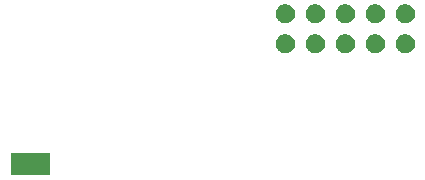
<source format=gbs>
G04 #@! TF.GenerationSoftware,KiCad,Pcbnew,(5.0.2)-1*
G04 #@! TF.CreationDate,2019-06-27T19:19:08-04:00*
G04 #@! TF.ProjectId,IGEM_Device,4947454d-5f44-4657-9669-63652e6b6963,rev?*
G04 #@! TF.SameCoordinates,Original*
G04 #@! TF.FileFunction,Soldermask,Bot*
G04 #@! TF.FilePolarity,Negative*
%FSLAX46Y46*%
G04 Gerber Fmt 4.6, Leading zero omitted, Abs format (unit mm)*
G04 Created by KiCad (PCBNEW (5.0.2)-1) date 2019-06-27 7:19:08 PM*
%MOMM*%
%LPD*%
G01*
G04 APERTURE LIST*
%ADD10C,0.100000*%
G04 APERTURE END LIST*
D10*
G36*
X111903165Y-70804485D02*
X111926614Y-70811598D01*
X111951000Y-70814000D01*
X112781000Y-70814000D01*
X112781000Y-72696000D01*
X111951000Y-72696000D01*
X111926614Y-72698402D01*
X111903165Y-72705515D01*
X111902258Y-72706000D01*
X110347742Y-72706000D01*
X110346835Y-72705515D01*
X110323386Y-72698402D01*
X110299000Y-72696000D01*
X109469000Y-72696000D01*
X109469000Y-70814000D01*
X110299000Y-70814000D01*
X110323386Y-70811598D01*
X110346835Y-70804485D01*
X110347742Y-70804000D01*
X111902258Y-70804000D01*
X111903165Y-70804485D01*
X111903165Y-70804485D01*
G37*
G36*
X143112142Y-60813242D02*
X143260102Y-60874530D01*
X143393258Y-60963502D01*
X143506498Y-61076742D01*
X143595470Y-61209898D01*
X143656758Y-61357858D01*
X143688000Y-61514925D01*
X143688000Y-61675075D01*
X143656758Y-61832142D01*
X143595470Y-61980102D01*
X143506498Y-62113258D01*
X143393258Y-62226498D01*
X143260102Y-62315470D01*
X143112142Y-62376758D01*
X142955075Y-62408000D01*
X142794925Y-62408000D01*
X142637858Y-62376758D01*
X142489898Y-62315470D01*
X142356742Y-62226498D01*
X142243502Y-62113258D01*
X142154530Y-61980102D01*
X142093242Y-61832142D01*
X142062000Y-61675075D01*
X142062000Y-61514925D01*
X142093242Y-61357858D01*
X142154530Y-61209898D01*
X142243502Y-61076742D01*
X142356742Y-60963502D01*
X142489898Y-60874530D01*
X142637858Y-60813242D01*
X142794925Y-60782000D01*
X142955075Y-60782000D01*
X143112142Y-60813242D01*
X143112142Y-60813242D01*
G37*
G36*
X132952142Y-60813242D02*
X133100102Y-60874530D01*
X133233258Y-60963502D01*
X133346498Y-61076742D01*
X133435470Y-61209898D01*
X133496758Y-61357858D01*
X133528000Y-61514925D01*
X133528000Y-61675075D01*
X133496758Y-61832142D01*
X133435470Y-61980102D01*
X133346498Y-62113258D01*
X133233258Y-62226498D01*
X133100102Y-62315470D01*
X132952142Y-62376758D01*
X132795075Y-62408000D01*
X132634925Y-62408000D01*
X132477858Y-62376758D01*
X132329898Y-62315470D01*
X132196742Y-62226498D01*
X132083502Y-62113258D01*
X131994530Y-61980102D01*
X131933242Y-61832142D01*
X131902000Y-61675075D01*
X131902000Y-61514925D01*
X131933242Y-61357858D01*
X131994530Y-61209898D01*
X132083502Y-61076742D01*
X132196742Y-60963502D01*
X132329898Y-60874530D01*
X132477858Y-60813242D01*
X132634925Y-60782000D01*
X132795075Y-60782000D01*
X132952142Y-60813242D01*
X132952142Y-60813242D01*
G37*
G36*
X135492142Y-60813242D02*
X135640102Y-60874530D01*
X135773258Y-60963502D01*
X135886498Y-61076742D01*
X135975470Y-61209898D01*
X136036758Y-61357858D01*
X136068000Y-61514925D01*
X136068000Y-61675075D01*
X136036758Y-61832142D01*
X135975470Y-61980102D01*
X135886498Y-62113258D01*
X135773258Y-62226498D01*
X135640102Y-62315470D01*
X135492142Y-62376758D01*
X135335075Y-62408000D01*
X135174925Y-62408000D01*
X135017858Y-62376758D01*
X134869898Y-62315470D01*
X134736742Y-62226498D01*
X134623502Y-62113258D01*
X134534530Y-61980102D01*
X134473242Y-61832142D01*
X134442000Y-61675075D01*
X134442000Y-61514925D01*
X134473242Y-61357858D01*
X134534530Y-61209898D01*
X134623502Y-61076742D01*
X134736742Y-60963502D01*
X134869898Y-60874530D01*
X135017858Y-60813242D01*
X135174925Y-60782000D01*
X135335075Y-60782000D01*
X135492142Y-60813242D01*
X135492142Y-60813242D01*
G37*
G36*
X138032142Y-60813242D02*
X138180102Y-60874530D01*
X138313258Y-60963502D01*
X138426498Y-61076742D01*
X138515470Y-61209898D01*
X138576758Y-61357858D01*
X138608000Y-61514925D01*
X138608000Y-61675075D01*
X138576758Y-61832142D01*
X138515470Y-61980102D01*
X138426498Y-62113258D01*
X138313258Y-62226498D01*
X138180102Y-62315470D01*
X138032142Y-62376758D01*
X137875075Y-62408000D01*
X137714925Y-62408000D01*
X137557858Y-62376758D01*
X137409898Y-62315470D01*
X137276742Y-62226498D01*
X137163502Y-62113258D01*
X137074530Y-61980102D01*
X137013242Y-61832142D01*
X136982000Y-61675075D01*
X136982000Y-61514925D01*
X137013242Y-61357858D01*
X137074530Y-61209898D01*
X137163502Y-61076742D01*
X137276742Y-60963502D01*
X137409898Y-60874530D01*
X137557858Y-60813242D01*
X137714925Y-60782000D01*
X137875075Y-60782000D01*
X138032142Y-60813242D01*
X138032142Y-60813242D01*
G37*
G36*
X140572142Y-60813242D02*
X140720102Y-60874530D01*
X140853258Y-60963502D01*
X140966498Y-61076742D01*
X141055470Y-61209898D01*
X141116758Y-61357858D01*
X141148000Y-61514925D01*
X141148000Y-61675075D01*
X141116758Y-61832142D01*
X141055470Y-61980102D01*
X140966498Y-62113258D01*
X140853258Y-62226498D01*
X140720102Y-62315470D01*
X140572142Y-62376758D01*
X140415075Y-62408000D01*
X140254925Y-62408000D01*
X140097858Y-62376758D01*
X139949898Y-62315470D01*
X139816742Y-62226498D01*
X139703502Y-62113258D01*
X139614530Y-61980102D01*
X139553242Y-61832142D01*
X139522000Y-61675075D01*
X139522000Y-61514925D01*
X139553242Y-61357858D01*
X139614530Y-61209898D01*
X139703502Y-61076742D01*
X139816742Y-60963502D01*
X139949898Y-60874530D01*
X140097858Y-60813242D01*
X140254925Y-60782000D01*
X140415075Y-60782000D01*
X140572142Y-60813242D01*
X140572142Y-60813242D01*
G37*
G36*
X132952142Y-58273242D02*
X133100102Y-58334530D01*
X133233258Y-58423502D01*
X133346498Y-58536742D01*
X133435470Y-58669898D01*
X133496758Y-58817858D01*
X133528000Y-58974925D01*
X133528000Y-59135075D01*
X133496758Y-59292142D01*
X133435470Y-59440102D01*
X133346498Y-59573258D01*
X133233258Y-59686498D01*
X133100102Y-59775470D01*
X132952142Y-59836758D01*
X132795075Y-59868000D01*
X132634925Y-59868000D01*
X132477858Y-59836758D01*
X132329898Y-59775470D01*
X132196742Y-59686498D01*
X132083502Y-59573258D01*
X131994530Y-59440102D01*
X131933242Y-59292142D01*
X131902000Y-59135075D01*
X131902000Y-58974925D01*
X131933242Y-58817858D01*
X131994530Y-58669898D01*
X132083502Y-58536742D01*
X132196742Y-58423502D01*
X132329898Y-58334530D01*
X132477858Y-58273242D01*
X132634925Y-58242000D01*
X132795075Y-58242000D01*
X132952142Y-58273242D01*
X132952142Y-58273242D01*
G37*
G36*
X135492142Y-58273242D02*
X135640102Y-58334530D01*
X135773258Y-58423502D01*
X135886498Y-58536742D01*
X135975470Y-58669898D01*
X136036758Y-58817858D01*
X136068000Y-58974925D01*
X136068000Y-59135075D01*
X136036758Y-59292142D01*
X135975470Y-59440102D01*
X135886498Y-59573258D01*
X135773258Y-59686498D01*
X135640102Y-59775470D01*
X135492142Y-59836758D01*
X135335075Y-59868000D01*
X135174925Y-59868000D01*
X135017858Y-59836758D01*
X134869898Y-59775470D01*
X134736742Y-59686498D01*
X134623502Y-59573258D01*
X134534530Y-59440102D01*
X134473242Y-59292142D01*
X134442000Y-59135075D01*
X134442000Y-58974925D01*
X134473242Y-58817858D01*
X134534530Y-58669898D01*
X134623502Y-58536742D01*
X134736742Y-58423502D01*
X134869898Y-58334530D01*
X135017858Y-58273242D01*
X135174925Y-58242000D01*
X135335075Y-58242000D01*
X135492142Y-58273242D01*
X135492142Y-58273242D01*
G37*
G36*
X138032142Y-58273242D02*
X138180102Y-58334530D01*
X138313258Y-58423502D01*
X138426498Y-58536742D01*
X138515470Y-58669898D01*
X138576758Y-58817858D01*
X138608000Y-58974925D01*
X138608000Y-59135075D01*
X138576758Y-59292142D01*
X138515470Y-59440102D01*
X138426498Y-59573258D01*
X138313258Y-59686498D01*
X138180102Y-59775470D01*
X138032142Y-59836758D01*
X137875075Y-59868000D01*
X137714925Y-59868000D01*
X137557858Y-59836758D01*
X137409898Y-59775470D01*
X137276742Y-59686498D01*
X137163502Y-59573258D01*
X137074530Y-59440102D01*
X137013242Y-59292142D01*
X136982000Y-59135075D01*
X136982000Y-58974925D01*
X137013242Y-58817858D01*
X137074530Y-58669898D01*
X137163502Y-58536742D01*
X137276742Y-58423502D01*
X137409898Y-58334530D01*
X137557858Y-58273242D01*
X137714925Y-58242000D01*
X137875075Y-58242000D01*
X138032142Y-58273242D01*
X138032142Y-58273242D01*
G37*
G36*
X140572142Y-58273242D02*
X140720102Y-58334530D01*
X140853258Y-58423502D01*
X140966498Y-58536742D01*
X141055470Y-58669898D01*
X141116758Y-58817858D01*
X141148000Y-58974925D01*
X141148000Y-59135075D01*
X141116758Y-59292142D01*
X141055470Y-59440102D01*
X140966498Y-59573258D01*
X140853258Y-59686498D01*
X140720102Y-59775470D01*
X140572142Y-59836758D01*
X140415075Y-59868000D01*
X140254925Y-59868000D01*
X140097858Y-59836758D01*
X139949898Y-59775470D01*
X139816742Y-59686498D01*
X139703502Y-59573258D01*
X139614530Y-59440102D01*
X139553242Y-59292142D01*
X139522000Y-59135075D01*
X139522000Y-58974925D01*
X139553242Y-58817858D01*
X139614530Y-58669898D01*
X139703502Y-58536742D01*
X139816742Y-58423502D01*
X139949898Y-58334530D01*
X140097858Y-58273242D01*
X140254925Y-58242000D01*
X140415075Y-58242000D01*
X140572142Y-58273242D01*
X140572142Y-58273242D01*
G37*
G36*
X143112142Y-58273242D02*
X143260102Y-58334530D01*
X143393258Y-58423502D01*
X143506498Y-58536742D01*
X143595470Y-58669898D01*
X143656758Y-58817858D01*
X143688000Y-58974925D01*
X143688000Y-59135075D01*
X143656758Y-59292142D01*
X143595470Y-59440102D01*
X143506498Y-59573258D01*
X143393258Y-59686498D01*
X143260102Y-59775470D01*
X143112142Y-59836758D01*
X142955075Y-59868000D01*
X142794925Y-59868000D01*
X142637858Y-59836758D01*
X142489898Y-59775470D01*
X142356742Y-59686498D01*
X142243502Y-59573258D01*
X142154530Y-59440102D01*
X142093242Y-59292142D01*
X142062000Y-59135075D01*
X142062000Y-58974925D01*
X142093242Y-58817858D01*
X142154530Y-58669898D01*
X142243502Y-58536742D01*
X142356742Y-58423502D01*
X142489898Y-58334530D01*
X142637858Y-58273242D01*
X142794925Y-58242000D01*
X142955075Y-58242000D01*
X143112142Y-58273242D01*
X143112142Y-58273242D01*
G37*
M02*

</source>
